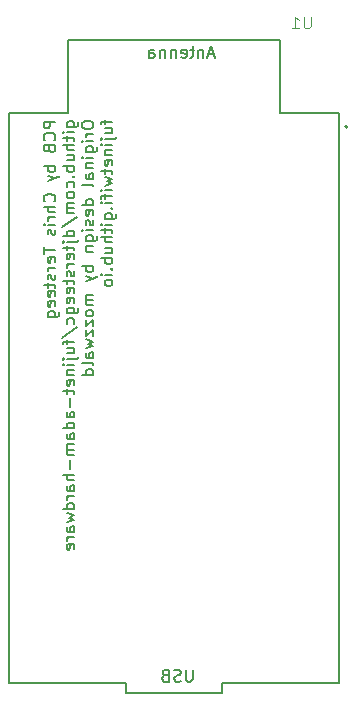
<source format=gbr>
%TF.GenerationSoftware,KiCad,Pcbnew,7.0.8*%
%TF.CreationDate,2023-10-30T21:57:11-05:00*%
%TF.ProjectId,fujinet-adam-devkit-mini,66756a69-6e65-4742-9d61-64616d2d6465,rev?*%
%TF.SameCoordinates,Original*%
%TF.FileFunction,Legend,Bot*%
%TF.FilePolarity,Positive*%
%FSLAX46Y46*%
G04 Gerber Fmt 4.6, Leading zero omitted, Abs format (unit mm)*
G04 Created by KiCad (PCBNEW 7.0.8) date 2023-10-30 21:57:11*
%MOMM*%
%LPD*%
G01*
G04 APERTURE LIST*
%ADD10C,0.150000*%
%ADD11C,0.015000*%
%ADD12C,0.127000*%
%ADD13C,0.200000*%
G04 APERTURE END LIST*
D10*
X134104819Y-83902779D02*
X133104819Y-83902779D01*
X133104819Y-83902779D02*
X133104819Y-84283731D01*
X133104819Y-84283731D02*
X133152438Y-84378969D01*
X133152438Y-84378969D02*
X133200057Y-84426588D01*
X133200057Y-84426588D02*
X133295295Y-84474207D01*
X133295295Y-84474207D02*
X133438152Y-84474207D01*
X133438152Y-84474207D02*
X133533390Y-84426588D01*
X133533390Y-84426588D02*
X133581009Y-84378969D01*
X133581009Y-84378969D02*
X133628628Y-84283731D01*
X133628628Y-84283731D02*
X133628628Y-83902779D01*
X134009580Y-85474207D02*
X134057200Y-85426588D01*
X134057200Y-85426588D02*
X134104819Y-85283731D01*
X134104819Y-85283731D02*
X134104819Y-85188493D01*
X134104819Y-85188493D02*
X134057200Y-85045636D01*
X134057200Y-85045636D02*
X133961961Y-84950398D01*
X133961961Y-84950398D02*
X133866723Y-84902779D01*
X133866723Y-84902779D02*
X133676247Y-84855160D01*
X133676247Y-84855160D02*
X133533390Y-84855160D01*
X133533390Y-84855160D02*
X133342914Y-84902779D01*
X133342914Y-84902779D02*
X133247676Y-84950398D01*
X133247676Y-84950398D02*
X133152438Y-85045636D01*
X133152438Y-85045636D02*
X133104819Y-85188493D01*
X133104819Y-85188493D02*
X133104819Y-85283731D01*
X133104819Y-85283731D02*
X133152438Y-85426588D01*
X133152438Y-85426588D02*
X133200057Y-85474207D01*
X133581009Y-86236112D02*
X133628628Y-86378969D01*
X133628628Y-86378969D02*
X133676247Y-86426588D01*
X133676247Y-86426588D02*
X133771485Y-86474207D01*
X133771485Y-86474207D02*
X133914342Y-86474207D01*
X133914342Y-86474207D02*
X134009580Y-86426588D01*
X134009580Y-86426588D02*
X134057200Y-86378969D01*
X134057200Y-86378969D02*
X134104819Y-86283731D01*
X134104819Y-86283731D02*
X134104819Y-85902779D01*
X134104819Y-85902779D02*
X133104819Y-85902779D01*
X133104819Y-85902779D02*
X133104819Y-86236112D01*
X133104819Y-86236112D02*
X133152438Y-86331350D01*
X133152438Y-86331350D02*
X133200057Y-86378969D01*
X133200057Y-86378969D02*
X133295295Y-86426588D01*
X133295295Y-86426588D02*
X133390533Y-86426588D01*
X133390533Y-86426588D02*
X133485771Y-86378969D01*
X133485771Y-86378969D02*
X133533390Y-86331350D01*
X133533390Y-86331350D02*
X133581009Y-86236112D01*
X133581009Y-86236112D02*
X133581009Y-85902779D01*
X134104819Y-87664684D02*
X133104819Y-87664684D01*
X133485771Y-87664684D02*
X133438152Y-87759922D01*
X133438152Y-87759922D02*
X133438152Y-87950398D01*
X133438152Y-87950398D02*
X133485771Y-88045636D01*
X133485771Y-88045636D02*
X133533390Y-88093255D01*
X133533390Y-88093255D02*
X133628628Y-88140874D01*
X133628628Y-88140874D02*
X133914342Y-88140874D01*
X133914342Y-88140874D02*
X134009580Y-88093255D01*
X134009580Y-88093255D02*
X134057200Y-88045636D01*
X134057200Y-88045636D02*
X134104819Y-87950398D01*
X134104819Y-87950398D02*
X134104819Y-87759922D01*
X134104819Y-87759922D02*
X134057200Y-87664684D01*
X133438152Y-88474208D02*
X134104819Y-88712303D01*
X133438152Y-88950398D02*
X134104819Y-88712303D01*
X134104819Y-88712303D02*
X134342914Y-88617065D01*
X134342914Y-88617065D02*
X134390533Y-88569446D01*
X134390533Y-88569446D02*
X134438152Y-88474208D01*
X134009580Y-90664684D02*
X134057200Y-90617065D01*
X134057200Y-90617065D02*
X134104819Y-90474208D01*
X134104819Y-90474208D02*
X134104819Y-90378970D01*
X134104819Y-90378970D02*
X134057200Y-90236113D01*
X134057200Y-90236113D02*
X133961961Y-90140875D01*
X133961961Y-90140875D02*
X133866723Y-90093256D01*
X133866723Y-90093256D02*
X133676247Y-90045637D01*
X133676247Y-90045637D02*
X133533390Y-90045637D01*
X133533390Y-90045637D02*
X133342914Y-90093256D01*
X133342914Y-90093256D02*
X133247676Y-90140875D01*
X133247676Y-90140875D02*
X133152438Y-90236113D01*
X133152438Y-90236113D02*
X133104819Y-90378970D01*
X133104819Y-90378970D02*
X133104819Y-90474208D01*
X133104819Y-90474208D02*
X133152438Y-90617065D01*
X133152438Y-90617065D02*
X133200057Y-90664684D01*
X134104819Y-91093256D02*
X133104819Y-91093256D01*
X134104819Y-91521827D02*
X133581009Y-91521827D01*
X133581009Y-91521827D02*
X133485771Y-91474208D01*
X133485771Y-91474208D02*
X133438152Y-91378970D01*
X133438152Y-91378970D02*
X133438152Y-91236113D01*
X133438152Y-91236113D02*
X133485771Y-91140875D01*
X133485771Y-91140875D02*
X133533390Y-91093256D01*
X134104819Y-91998018D02*
X133438152Y-91998018D01*
X133628628Y-91998018D02*
X133533390Y-92045637D01*
X133533390Y-92045637D02*
X133485771Y-92093256D01*
X133485771Y-92093256D02*
X133438152Y-92188494D01*
X133438152Y-92188494D02*
X133438152Y-92283732D01*
X134104819Y-92617066D02*
X133438152Y-92617066D01*
X133104819Y-92617066D02*
X133152438Y-92569447D01*
X133152438Y-92569447D02*
X133200057Y-92617066D01*
X133200057Y-92617066D02*
X133152438Y-92664685D01*
X133152438Y-92664685D02*
X133104819Y-92617066D01*
X133104819Y-92617066D02*
X133200057Y-92617066D01*
X134057200Y-93045637D02*
X134104819Y-93140875D01*
X134104819Y-93140875D02*
X134104819Y-93331351D01*
X134104819Y-93331351D02*
X134057200Y-93426589D01*
X134057200Y-93426589D02*
X133961961Y-93474208D01*
X133961961Y-93474208D02*
X133914342Y-93474208D01*
X133914342Y-93474208D02*
X133819104Y-93426589D01*
X133819104Y-93426589D02*
X133771485Y-93331351D01*
X133771485Y-93331351D02*
X133771485Y-93188494D01*
X133771485Y-93188494D02*
X133723866Y-93093256D01*
X133723866Y-93093256D02*
X133628628Y-93045637D01*
X133628628Y-93045637D02*
X133581009Y-93045637D01*
X133581009Y-93045637D02*
X133485771Y-93093256D01*
X133485771Y-93093256D02*
X133438152Y-93188494D01*
X133438152Y-93188494D02*
X133438152Y-93331351D01*
X133438152Y-93331351D02*
X133485771Y-93426589D01*
X133104819Y-94521828D02*
X133104819Y-95093256D01*
X134104819Y-94807542D02*
X133104819Y-94807542D01*
X134057200Y-95807542D02*
X134104819Y-95712304D01*
X134104819Y-95712304D02*
X134104819Y-95521828D01*
X134104819Y-95521828D02*
X134057200Y-95426590D01*
X134057200Y-95426590D02*
X133961961Y-95378971D01*
X133961961Y-95378971D02*
X133581009Y-95378971D01*
X133581009Y-95378971D02*
X133485771Y-95426590D01*
X133485771Y-95426590D02*
X133438152Y-95521828D01*
X133438152Y-95521828D02*
X133438152Y-95712304D01*
X133438152Y-95712304D02*
X133485771Y-95807542D01*
X133485771Y-95807542D02*
X133581009Y-95855161D01*
X133581009Y-95855161D02*
X133676247Y-95855161D01*
X133676247Y-95855161D02*
X133771485Y-95378971D01*
X134104819Y-96283733D02*
X133438152Y-96283733D01*
X133628628Y-96283733D02*
X133533390Y-96331352D01*
X133533390Y-96331352D02*
X133485771Y-96378971D01*
X133485771Y-96378971D02*
X133438152Y-96474209D01*
X133438152Y-96474209D02*
X133438152Y-96569447D01*
X134057200Y-96855162D02*
X134104819Y-96950400D01*
X134104819Y-96950400D02*
X134104819Y-97140876D01*
X134104819Y-97140876D02*
X134057200Y-97236114D01*
X134057200Y-97236114D02*
X133961961Y-97283733D01*
X133961961Y-97283733D02*
X133914342Y-97283733D01*
X133914342Y-97283733D02*
X133819104Y-97236114D01*
X133819104Y-97236114D02*
X133771485Y-97140876D01*
X133771485Y-97140876D02*
X133771485Y-96998019D01*
X133771485Y-96998019D02*
X133723866Y-96902781D01*
X133723866Y-96902781D02*
X133628628Y-96855162D01*
X133628628Y-96855162D02*
X133581009Y-96855162D01*
X133581009Y-96855162D02*
X133485771Y-96902781D01*
X133485771Y-96902781D02*
X133438152Y-96998019D01*
X133438152Y-96998019D02*
X133438152Y-97140876D01*
X133438152Y-97140876D02*
X133485771Y-97236114D01*
X133438152Y-97569448D02*
X133438152Y-97950400D01*
X133104819Y-97712305D02*
X133961961Y-97712305D01*
X133961961Y-97712305D02*
X134057200Y-97759924D01*
X134057200Y-97759924D02*
X134104819Y-97855162D01*
X134104819Y-97855162D02*
X134104819Y-97950400D01*
X134057200Y-98664686D02*
X134104819Y-98569448D01*
X134104819Y-98569448D02*
X134104819Y-98378972D01*
X134104819Y-98378972D02*
X134057200Y-98283734D01*
X134057200Y-98283734D02*
X133961961Y-98236115D01*
X133961961Y-98236115D02*
X133581009Y-98236115D01*
X133581009Y-98236115D02*
X133485771Y-98283734D01*
X133485771Y-98283734D02*
X133438152Y-98378972D01*
X133438152Y-98378972D02*
X133438152Y-98569448D01*
X133438152Y-98569448D02*
X133485771Y-98664686D01*
X133485771Y-98664686D02*
X133581009Y-98712305D01*
X133581009Y-98712305D02*
X133676247Y-98712305D01*
X133676247Y-98712305D02*
X133771485Y-98236115D01*
X134057200Y-99521829D02*
X134104819Y-99426591D01*
X134104819Y-99426591D02*
X134104819Y-99236115D01*
X134104819Y-99236115D02*
X134057200Y-99140877D01*
X134057200Y-99140877D02*
X133961961Y-99093258D01*
X133961961Y-99093258D02*
X133581009Y-99093258D01*
X133581009Y-99093258D02*
X133485771Y-99140877D01*
X133485771Y-99140877D02*
X133438152Y-99236115D01*
X133438152Y-99236115D02*
X133438152Y-99426591D01*
X133438152Y-99426591D02*
X133485771Y-99521829D01*
X133485771Y-99521829D02*
X133581009Y-99569448D01*
X133581009Y-99569448D02*
X133676247Y-99569448D01*
X133676247Y-99569448D02*
X133771485Y-99093258D01*
X133438152Y-100426591D02*
X134247676Y-100426591D01*
X134247676Y-100426591D02*
X134342914Y-100378972D01*
X134342914Y-100378972D02*
X134390533Y-100331353D01*
X134390533Y-100331353D02*
X134438152Y-100236115D01*
X134438152Y-100236115D02*
X134438152Y-100093258D01*
X134438152Y-100093258D02*
X134390533Y-99998020D01*
X134057200Y-100426591D02*
X134104819Y-100331353D01*
X134104819Y-100331353D02*
X134104819Y-100140877D01*
X134104819Y-100140877D02*
X134057200Y-100045639D01*
X134057200Y-100045639D02*
X134009580Y-99998020D01*
X134009580Y-99998020D02*
X133914342Y-99950401D01*
X133914342Y-99950401D02*
X133628628Y-99950401D01*
X133628628Y-99950401D02*
X133533390Y-99998020D01*
X133533390Y-99998020D02*
X133485771Y-100045639D01*
X133485771Y-100045639D02*
X133438152Y-100140877D01*
X133438152Y-100140877D02*
X133438152Y-100331353D01*
X133438152Y-100331353D02*
X133485771Y-100426591D01*
X135048152Y-84331350D02*
X135857676Y-84331350D01*
X135857676Y-84331350D02*
X135952914Y-84283731D01*
X135952914Y-84283731D02*
X136000533Y-84236112D01*
X136000533Y-84236112D02*
X136048152Y-84140874D01*
X136048152Y-84140874D02*
X136048152Y-83998017D01*
X136048152Y-83998017D02*
X136000533Y-83902779D01*
X135667200Y-84331350D02*
X135714819Y-84236112D01*
X135714819Y-84236112D02*
X135714819Y-84045636D01*
X135714819Y-84045636D02*
X135667200Y-83950398D01*
X135667200Y-83950398D02*
X135619580Y-83902779D01*
X135619580Y-83902779D02*
X135524342Y-83855160D01*
X135524342Y-83855160D02*
X135238628Y-83855160D01*
X135238628Y-83855160D02*
X135143390Y-83902779D01*
X135143390Y-83902779D02*
X135095771Y-83950398D01*
X135095771Y-83950398D02*
X135048152Y-84045636D01*
X135048152Y-84045636D02*
X135048152Y-84236112D01*
X135048152Y-84236112D02*
X135095771Y-84331350D01*
X135714819Y-84807541D02*
X135048152Y-84807541D01*
X134714819Y-84807541D02*
X134762438Y-84759922D01*
X134762438Y-84759922D02*
X134810057Y-84807541D01*
X134810057Y-84807541D02*
X134762438Y-84855160D01*
X134762438Y-84855160D02*
X134714819Y-84807541D01*
X134714819Y-84807541D02*
X134810057Y-84807541D01*
X135048152Y-85140874D02*
X135048152Y-85521826D01*
X134714819Y-85283731D02*
X135571961Y-85283731D01*
X135571961Y-85283731D02*
X135667200Y-85331350D01*
X135667200Y-85331350D02*
X135714819Y-85426588D01*
X135714819Y-85426588D02*
X135714819Y-85521826D01*
X135714819Y-85855160D02*
X134714819Y-85855160D01*
X135714819Y-86283731D02*
X135191009Y-86283731D01*
X135191009Y-86283731D02*
X135095771Y-86236112D01*
X135095771Y-86236112D02*
X135048152Y-86140874D01*
X135048152Y-86140874D02*
X135048152Y-85998017D01*
X135048152Y-85998017D02*
X135095771Y-85902779D01*
X135095771Y-85902779D02*
X135143390Y-85855160D01*
X135048152Y-87188493D02*
X135714819Y-87188493D01*
X135048152Y-86759922D02*
X135571961Y-86759922D01*
X135571961Y-86759922D02*
X135667200Y-86807541D01*
X135667200Y-86807541D02*
X135714819Y-86902779D01*
X135714819Y-86902779D02*
X135714819Y-87045636D01*
X135714819Y-87045636D02*
X135667200Y-87140874D01*
X135667200Y-87140874D02*
X135619580Y-87188493D01*
X135714819Y-87664684D02*
X134714819Y-87664684D01*
X135095771Y-87664684D02*
X135048152Y-87759922D01*
X135048152Y-87759922D02*
X135048152Y-87950398D01*
X135048152Y-87950398D02*
X135095771Y-88045636D01*
X135095771Y-88045636D02*
X135143390Y-88093255D01*
X135143390Y-88093255D02*
X135238628Y-88140874D01*
X135238628Y-88140874D02*
X135524342Y-88140874D01*
X135524342Y-88140874D02*
X135619580Y-88093255D01*
X135619580Y-88093255D02*
X135667200Y-88045636D01*
X135667200Y-88045636D02*
X135714819Y-87950398D01*
X135714819Y-87950398D02*
X135714819Y-87759922D01*
X135714819Y-87759922D02*
X135667200Y-87664684D01*
X135619580Y-88569446D02*
X135667200Y-88617065D01*
X135667200Y-88617065D02*
X135714819Y-88569446D01*
X135714819Y-88569446D02*
X135667200Y-88521827D01*
X135667200Y-88521827D02*
X135619580Y-88569446D01*
X135619580Y-88569446D02*
X135714819Y-88569446D01*
X135667200Y-89474207D02*
X135714819Y-89378969D01*
X135714819Y-89378969D02*
X135714819Y-89188493D01*
X135714819Y-89188493D02*
X135667200Y-89093255D01*
X135667200Y-89093255D02*
X135619580Y-89045636D01*
X135619580Y-89045636D02*
X135524342Y-88998017D01*
X135524342Y-88998017D02*
X135238628Y-88998017D01*
X135238628Y-88998017D02*
X135143390Y-89045636D01*
X135143390Y-89045636D02*
X135095771Y-89093255D01*
X135095771Y-89093255D02*
X135048152Y-89188493D01*
X135048152Y-89188493D02*
X135048152Y-89378969D01*
X135048152Y-89378969D02*
X135095771Y-89474207D01*
X135714819Y-90045636D02*
X135667200Y-89950398D01*
X135667200Y-89950398D02*
X135619580Y-89902779D01*
X135619580Y-89902779D02*
X135524342Y-89855160D01*
X135524342Y-89855160D02*
X135238628Y-89855160D01*
X135238628Y-89855160D02*
X135143390Y-89902779D01*
X135143390Y-89902779D02*
X135095771Y-89950398D01*
X135095771Y-89950398D02*
X135048152Y-90045636D01*
X135048152Y-90045636D02*
X135048152Y-90188493D01*
X135048152Y-90188493D02*
X135095771Y-90283731D01*
X135095771Y-90283731D02*
X135143390Y-90331350D01*
X135143390Y-90331350D02*
X135238628Y-90378969D01*
X135238628Y-90378969D02*
X135524342Y-90378969D01*
X135524342Y-90378969D02*
X135619580Y-90331350D01*
X135619580Y-90331350D02*
X135667200Y-90283731D01*
X135667200Y-90283731D02*
X135714819Y-90188493D01*
X135714819Y-90188493D02*
X135714819Y-90045636D01*
X135714819Y-90807541D02*
X135048152Y-90807541D01*
X135143390Y-90807541D02*
X135095771Y-90855160D01*
X135095771Y-90855160D02*
X135048152Y-90950398D01*
X135048152Y-90950398D02*
X135048152Y-91093255D01*
X135048152Y-91093255D02*
X135095771Y-91188493D01*
X135095771Y-91188493D02*
X135191009Y-91236112D01*
X135191009Y-91236112D02*
X135714819Y-91236112D01*
X135191009Y-91236112D02*
X135095771Y-91283731D01*
X135095771Y-91283731D02*
X135048152Y-91378969D01*
X135048152Y-91378969D02*
X135048152Y-91521826D01*
X135048152Y-91521826D02*
X135095771Y-91617065D01*
X135095771Y-91617065D02*
X135191009Y-91664684D01*
X135191009Y-91664684D02*
X135714819Y-91664684D01*
X134667200Y-92855159D02*
X135952914Y-91998017D01*
X135714819Y-93617064D02*
X134714819Y-93617064D01*
X135667200Y-93617064D02*
X135714819Y-93521826D01*
X135714819Y-93521826D02*
X135714819Y-93331350D01*
X135714819Y-93331350D02*
X135667200Y-93236112D01*
X135667200Y-93236112D02*
X135619580Y-93188493D01*
X135619580Y-93188493D02*
X135524342Y-93140874D01*
X135524342Y-93140874D02*
X135238628Y-93140874D01*
X135238628Y-93140874D02*
X135143390Y-93188493D01*
X135143390Y-93188493D02*
X135095771Y-93236112D01*
X135095771Y-93236112D02*
X135048152Y-93331350D01*
X135048152Y-93331350D02*
X135048152Y-93521826D01*
X135048152Y-93521826D02*
X135095771Y-93617064D01*
X135048152Y-94093255D02*
X135905295Y-94093255D01*
X135905295Y-94093255D02*
X136000533Y-94045636D01*
X136000533Y-94045636D02*
X136048152Y-93950398D01*
X136048152Y-93950398D02*
X136048152Y-93902779D01*
X134714819Y-94093255D02*
X134762438Y-94045636D01*
X134762438Y-94045636D02*
X134810057Y-94093255D01*
X134810057Y-94093255D02*
X134762438Y-94140874D01*
X134762438Y-94140874D02*
X134714819Y-94093255D01*
X134714819Y-94093255D02*
X134810057Y-94093255D01*
X135048152Y-94426588D02*
X135048152Y-94807540D01*
X134714819Y-94569445D02*
X135571961Y-94569445D01*
X135571961Y-94569445D02*
X135667200Y-94617064D01*
X135667200Y-94617064D02*
X135714819Y-94712302D01*
X135714819Y-94712302D02*
X135714819Y-94807540D01*
X135667200Y-95521826D02*
X135714819Y-95426588D01*
X135714819Y-95426588D02*
X135714819Y-95236112D01*
X135714819Y-95236112D02*
X135667200Y-95140874D01*
X135667200Y-95140874D02*
X135571961Y-95093255D01*
X135571961Y-95093255D02*
X135191009Y-95093255D01*
X135191009Y-95093255D02*
X135095771Y-95140874D01*
X135095771Y-95140874D02*
X135048152Y-95236112D01*
X135048152Y-95236112D02*
X135048152Y-95426588D01*
X135048152Y-95426588D02*
X135095771Y-95521826D01*
X135095771Y-95521826D02*
X135191009Y-95569445D01*
X135191009Y-95569445D02*
X135286247Y-95569445D01*
X135286247Y-95569445D02*
X135381485Y-95093255D01*
X135714819Y-95998017D02*
X135048152Y-95998017D01*
X135238628Y-95998017D02*
X135143390Y-96045636D01*
X135143390Y-96045636D02*
X135095771Y-96093255D01*
X135095771Y-96093255D02*
X135048152Y-96188493D01*
X135048152Y-96188493D02*
X135048152Y-96283731D01*
X135667200Y-96569446D02*
X135714819Y-96664684D01*
X135714819Y-96664684D02*
X135714819Y-96855160D01*
X135714819Y-96855160D02*
X135667200Y-96950398D01*
X135667200Y-96950398D02*
X135571961Y-96998017D01*
X135571961Y-96998017D02*
X135524342Y-96998017D01*
X135524342Y-96998017D02*
X135429104Y-96950398D01*
X135429104Y-96950398D02*
X135381485Y-96855160D01*
X135381485Y-96855160D02*
X135381485Y-96712303D01*
X135381485Y-96712303D02*
X135333866Y-96617065D01*
X135333866Y-96617065D02*
X135238628Y-96569446D01*
X135238628Y-96569446D02*
X135191009Y-96569446D01*
X135191009Y-96569446D02*
X135095771Y-96617065D01*
X135095771Y-96617065D02*
X135048152Y-96712303D01*
X135048152Y-96712303D02*
X135048152Y-96855160D01*
X135048152Y-96855160D02*
X135095771Y-96950398D01*
X135048152Y-97283732D02*
X135048152Y-97664684D01*
X134714819Y-97426589D02*
X135571961Y-97426589D01*
X135571961Y-97426589D02*
X135667200Y-97474208D01*
X135667200Y-97474208D02*
X135714819Y-97569446D01*
X135714819Y-97569446D02*
X135714819Y-97664684D01*
X135667200Y-98378970D02*
X135714819Y-98283732D01*
X135714819Y-98283732D02*
X135714819Y-98093256D01*
X135714819Y-98093256D02*
X135667200Y-97998018D01*
X135667200Y-97998018D02*
X135571961Y-97950399D01*
X135571961Y-97950399D02*
X135191009Y-97950399D01*
X135191009Y-97950399D02*
X135095771Y-97998018D01*
X135095771Y-97998018D02*
X135048152Y-98093256D01*
X135048152Y-98093256D02*
X135048152Y-98283732D01*
X135048152Y-98283732D02*
X135095771Y-98378970D01*
X135095771Y-98378970D02*
X135191009Y-98426589D01*
X135191009Y-98426589D02*
X135286247Y-98426589D01*
X135286247Y-98426589D02*
X135381485Y-97950399D01*
X135667200Y-99236113D02*
X135714819Y-99140875D01*
X135714819Y-99140875D02*
X135714819Y-98950399D01*
X135714819Y-98950399D02*
X135667200Y-98855161D01*
X135667200Y-98855161D02*
X135571961Y-98807542D01*
X135571961Y-98807542D02*
X135191009Y-98807542D01*
X135191009Y-98807542D02*
X135095771Y-98855161D01*
X135095771Y-98855161D02*
X135048152Y-98950399D01*
X135048152Y-98950399D02*
X135048152Y-99140875D01*
X135048152Y-99140875D02*
X135095771Y-99236113D01*
X135095771Y-99236113D02*
X135191009Y-99283732D01*
X135191009Y-99283732D02*
X135286247Y-99283732D01*
X135286247Y-99283732D02*
X135381485Y-98807542D01*
X135048152Y-100140875D02*
X135857676Y-100140875D01*
X135857676Y-100140875D02*
X135952914Y-100093256D01*
X135952914Y-100093256D02*
X136000533Y-100045637D01*
X136000533Y-100045637D02*
X136048152Y-99950399D01*
X136048152Y-99950399D02*
X136048152Y-99807542D01*
X136048152Y-99807542D02*
X136000533Y-99712304D01*
X135667200Y-100140875D02*
X135714819Y-100045637D01*
X135714819Y-100045637D02*
X135714819Y-99855161D01*
X135714819Y-99855161D02*
X135667200Y-99759923D01*
X135667200Y-99759923D02*
X135619580Y-99712304D01*
X135619580Y-99712304D02*
X135524342Y-99664685D01*
X135524342Y-99664685D02*
X135238628Y-99664685D01*
X135238628Y-99664685D02*
X135143390Y-99712304D01*
X135143390Y-99712304D02*
X135095771Y-99759923D01*
X135095771Y-99759923D02*
X135048152Y-99855161D01*
X135048152Y-99855161D02*
X135048152Y-100045637D01*
X135048152Y-100045637D02*
X135095771Y-100140875D01*
X135667200Y-101045637D02*
X135714819Y-100950399D01*
X135714819Y-100950399D02*
X135714819Y-100759923D01*
X135714819Y-100759923D02*
X135667200Y-100664685D01*
X135667200Y-100664685D02*
X135619580Y-100617066D01*
X135619580Y-100617066D02*
X135524342Y-100569447D01*
X135524342Y-100569447D02*
X135238628Y-100569447D01*
X135238628Y-100569447D02*
X135143390Y-100617066D01*
X135143390Y-100617066D02*
X135095771Y-100664685D01*
X135095771Y-100664685D02*
X135048152Y-100759923D01*
X135048152Y-100759923D02*
X135048152Y-100950399D01*
X135048152Y-100950399D02*
X135095771Y-101045637D01*
X134667200Y-102188494D02*
X135952914Y-101331352D01*
X135048152Y-102378971D02*
X135048152Y-102759923D01*
X135714819Y-102521828D02*
X134857676Y-102521828D01*
X134857676Y-102521828D02*
X134762438Y-102569447D01*
X134762438Y-102569447D02*
X134714819Y-102664685D01*
X134714819Y-102664685D02*
X134714819Y-102759923D01*
X135048152Y-103521828D02*
X135714819Y-103521828D01*
X135048152Y-103093257D02*
X135571961Y-103093257D01*
X135571961Y-103093257D02*
X135667200Y-103140876D01*
X135667200Y-103140876D02*
X135714819Y-103236114D01*
X135714819Y-103236114D02*
X135714819Y-103378971D01*
X135714819Y-103378971D02*
X135667200Y-103474209D01*
X135667200Y-103474209D02*
X135619580Y-103521828D01*
X135048152Y-103998019D02*
X135905295Y-103998019D01*
X135905295Y-103998019D02*
X136000533Y-103950400D01*
X136000533Y-103950400D02*
X136048152Y-103855162D01*
X136048152Y-103855162D02*
X136048152Y-103807543D01*
X134714819Y-103998019D02*
X134762438Y-103950400D01*
X134762438Y-103950400D02*
X134810057Y-103998019D01*
X134810057Y-103998019D02*
X134762438Y-104045638D01*
X134762438Y-104045638D02*
X134714819Y-103998019D01*
X134714819Y-103998019D02*
X134810057Y-103998019D01*
X135714819Y-104474209D02*
X135048152Y-104474209D01*
X134714819Y-104474209D02*
X134762438Y-104426590D01*
X134762438Y-104426590D02*
X134810057Y-104474209D01*
X134810057Y-104474209D02*
X134762438Y-104521828D01*
X134762438Y-104521828D02*
X134714819Y-104474209D01*
X134714819Y-104474209D02*
X134810057Y-104474209D01*
X135048152Y-104950399D02*
X135714819Y-104950399D01*
X135143390Y-104950399D02*
X135095771Y-104998018D01*
X135095771Y-104998018D02*
X135048152Y-105093256D01*
X135048152Y-105093256D02*
X135048152Y-105236113D01*
X135048152Y-105236113D02*
X135095771Y-105331351D01*
X135095771Y-105331351D02*
X135191009Y-105378970D01*
X135191009Y-105378970D02*
X135714819Y-105378970D01*
X135667200Y-106236113D02*
X135714819Y-106140875D01*
X135714819Y-106140875D02*
X135714819Y-105950399D01*
X135714819Y-105950399D02*
X135667200Y-105855161D01*
X135667200Y-105855161D02*
X135571961Y-105807542D01*
X135571961Y-105807542D02*
X135191009Y-105807542D01*
X135191009Y-105807542D02*
X135095771Y-105855161D01*
X135095771Y-105855161D02*
X135048152Y-105950399D01*
X135048152Y-105950399D02*
X135048152Y-106140875D01*
X135048152Y-106140875D02*
X135095771Y-106236113D01*
X135095771Y-106236113D02*
X135191009Y-106283732D01*
X135191009Y-106283732D02*
X135286247Y-106283732D01*
X135286247Y-106283732D02*
X135381485Y-105807542D01*
X135048152Y-106569447D02*
X135048152Y-106950399D01*
X134714819Y-106712304D02*
X135571961Y-106712304D01*
X135571961Y-106712304D02*
X135667200Y-106759923D01*
X135667200Y-106759923D02*
X135714819Y-106855161D01*
X135714819Y-106855161D02*
X135714819Y-106950399D01*
X135333866Y-107283733D02*
X135333866Y-108045638D01*
X135714819Y-108950399D02*
X135191009Y-108950399D01*
X135191009Y-108950399D02*
X135095771Y-108902780D01*
X135095771Y-108902780D02*
X135048152Y-108807542D01*
X135048152Y-108807542D02*
X135048152Y-108617066D01*
X135048152Y-108617066D02*
X135095771Y-108521828D01*
X135667200Y-108950399D02*
X135714819Y-108855161D01*
X135714819Y-108855161D02*
X135714819Y-108617066D01*
X135714819Y-108617066D02*
X135667200Y-108521828D01*
X135667200Y-108521828D02*
X135571961Y-108474209D01*
X135571961Y-108474209D02*
X135476723Y-108474209D01*
X135476723Y-108474209D02*
X135381485Y-108521828D01*
X135381485Y-108521828D02*
X135333866Y-108617066D01*
X135333866Y-108617066D02*
X135333866Y-108855161D01*
X135333866Y-108855161D02*
X135286247Y-108950399D01*
X135714819Y-109855161D02*
X134714819Y-109855161D01*
X135667200Y-109855161D02*
X135714819Y-109759923D01*
X135714819Y-109759923D02*
X135714819Y-109569447D01*
X135714819Y-109569447D02*
X135667200Y-109474209D01*
X135667200Y-109474209D02*
X135619580Y-109426590D01*
X135619580Y-109426590D02*
X135524342Y-109378971D01*
X135524342Y-109378971D02*
X135238628Y-109378971D01*
X135238628Y-109378971D02*
X135143390Y-109426590D01*
X135143390Y-109426590D02*
X135095771Y-109474209D01*
X135095771Y-109474209D02*
X135048152Y-109569447D01*
X135048152Y-109569447D02*
X135048152Y-109759923D01*
X135048152Y-109759923D02*
X135095771Y-109855161D01*
X135714819Y-110759923D02*
X135191009Y-110759923D01*
X135191009Y-110759923D02*
X135095771Y-110712304D01*
X135095771Y-110712304D02*
X135048152Y-110617066D01*
X135048152Y-110617066D02*
X135048152Y-110426590D01*
X135048152Y-110426590D02*
X135095771Y-110331352D01*
X135667200Y-110759923D02*
X135714819Y-110664685D01*
X135714819Y-110664685D02*
X135714819Y-110426590D01*
X135714819Y-110426590D02*
X135667200Y-110331352D01*
X135667200Y-110331352D02*
X135571961Y-110283733D01*
X135571961Y-110283733D02*
X135476723Y-110283733D01*
X135476723Y-110283733D02*
X135381485Y-110331352D01*
X135381485Y-110331352D02*
X135333866Y-110426590D01*
X135333866Y-110426590D02*
X135333866Y-110664685D01*
X135333866Y-110664685D02*
X135286247Y-110759923D01*
X135714819Y-111236114D02*
X135048152Y-111236114D01*
X135143390Y-111236114D02*
X135095771Y-111283733D01*
X135095771Y-111283733D02*
X135048152Y-111378971D01*
X135048152Y-111378971D02*
X135048152Y-111521828D01*
X135048152Y-111521828D02*
X135095771Y-111617066D01*
X135095771Y-111617066D02*
X135191009Y-111664685D01*
X135191009Y-111664685D02*
X135714819Y-111664685D01*
X135191009Y-111664685D02*
X135095771Y-111712304D01*
X135095771Y-111712304D02*
X135048152Y-111807542D01*
X135048152Y-111807542D02*
X135048152Y-111950399D01*
X135048152Y-111950399D02*
X135095771Y-112045638D01*
X135095771Y-112045638D02*
X135191009Y-112093257D01*
X135191009Y-112093257D02*
X135714819Y-112093257D01*
X135333866Y-112569447D02*
X135333866Y-113331352D01*
X135714819Y-113807542D02*
X134714819Y-113807542D01*
X135714819Y-114236113D02*
X135191009Y-114236113D01*
X135191009Y-114236113D02*
X135095771Y-114188494D01*
X135095771Y-114188494D02*
X135048152Y-114093256D01*
X135048152Y-114093256D02*
X135048152Y-113950399D01*
X135048152Y-113950399D02*
X135095771Y-113855161D01*
X135095771Y-113855161D02*
X135143390Y-113807542D01*
X135714819Y-115140875D02*
X135191009Y-115140875D01*
X135191009Y-115140875D02*
X135095771Y-115093256D01*
X135095771Y-115093256D02*
X135048152Y-114998018D01*
X135048152Y-114998018D02*
X135048152Y-114807542D01*
X135048152Y-114807542D02*
X135095771Y-114712304D01*
X135667200Y-115140875D02*
X135714819Y-115045637D01*
X135714819Y-115045637D02*
X135714819Y-114807542D01*
X135714819Y-114807542D02*
X135667200Y-114712304D01*
X135667200Y-114712304D02*
X135571961Y-114664685D01*
X135571961Y-114664685D02*
X135476723Y-114664685D01*
X135476723Y-114664685D02*
X135381485Y-114712304D01*
X135381485Y-114712304D02*
X135333866Y-114807542D01*
X135333866Y-114807542D02*
X135333866Y-115045637D01*
X135333866Y-115045637D02*
X135286247Y-115140875D01*
X135714819Y-115617066D02*
X135048152Y-115617066D01*
X135238628Y-115617066D02*
X135143390Y-115664685D01*
X135143390Y-115664685D02*
X135095771Y-115712304D01*
X135095771Y-115712304D02*
X135048152Y-115807542D01*
X135048152Y-115807542D02*
X135048152Y-115902780D01*
X135714819Y-116664685D02*
X134714819Y-116664685D01*
X135667200Y-116664685D02*
X135714819Y-116569447D01*
X135714819Y-116569447D02*
X135714819Y-116378971D01*
X135714819Y-116378971D02*
X135667200Y-116283733D01*
X135667200Y-116283733D02*
X135619580Y-116236114D01*
X135619580Y-116236114D02*
X135524342Y-116188495D01*
X135524342Y-116188495D02*
X135238628Y-116188495D01*
X135238628Y-116188495D02*
X135143390Y-116236114D01*
X135143390Y-116236114D02*
X135095771Y-116283733D01*
X135095771Y-116283733D02*
X135048152Y-116378971D01*
X135048152Y-116378971D02*
X135048152Y-116569447D01*
X135048152Y-116569447D02*
X135095771Y-116664685D01*
X135048152Y-117045638D02*
X135714819Y-117236114D01*
X135714819Y-117236114D02*
X135238628Y-117426590D01*
X135238628Y-117426590D02*
X135714819Y-117617066D01*
X135714819Y-117617066D02*
X135048152Y-117807542D01*
X135714819Y-118617066D02*
X135191009Y-118617066D01*
X135191009Y-118617066D02*
X135095771Y-118569447D01*
X135095771Y-118569447D02*
X135048152Y-118474209D01*
X135048152Y-118474209D02*
X135048152Y-118283733D01*
X135048152Y-118283733D02*
X135095771Y-118188495D01*
X135667200Y-118617066D02*
X135714819Y-118521828D01*
X135714819Y-118521828D02*
X135714819Y-118283733D01*
X135714819Y-118283733D02*
X135667200Y-118188495D01*
X135667200Y-118188495D02*
X135571961Y-118140876D01*
X135571961Y-118140876D02*
X135476723Y-118140876D01*
X135476723Y-118140876D02*
X135381485Y-118188495D01*
X135381485Y-118188495D02*
X135333866Y-118283733D01*
X135333866Y-118283733D02*
X135333866Y-118521828D01*
X135333866Y-118521828D02*
X135286247Y-118617066D01*
X135714819Y-119093257D02*
X135048152Y-119093257D01*
X135238628Y-119093257D02*
X135143390Y-119140876D01*
X135143390Y-119140876D02*
X135095771Y-119188495D01*
X135095771Y-119188495D02*
X135048152Y-119283733D01*
X135048152Y-119283733D02*
X135048152Y-119378971D01*
X135667200Y-120093257D02*
X135714819Y-119998019D01*
X135714819Y-119998019D02*
X135714819Y-119807543D01*
X135714819Y-119807543D02*
X135667200Y-119712305D01*
X135667200Y-119712305D02*
X135571961Y-119664686D01*
X135571961Y-119664686D02*
X135191009Y-119664686D01*
X135191009Y-119664686D02*
X135095771Y-119712305D01*
X135095771Y-119712305D02*
X135048152Y-119807543D01*
X135048152Y-119807543D02*
X135048152Y-119998019D01*
X135048152Y-119998019D02*
X135095771Y-120093257D01*
X135095771Y-120093257D02*
X135191009Y-120140876D01*
X135191009Y-120140876D02*
X135286247Y-120140876D01*
X135286247Y-120140876D02*
X135381485Y-119664686D01*
X136324819Y-84093255D02*
X136324819Y-84283731D01*
X136324819Y-84283731D02*
X136372438Y-84378969D01*
X136372438Y-84378969D02*
X136467676Y-84474207D01*
X136467676Y-84474207D02*
X136658152Y-84521826D01*
X136658152Y-84521826D02*
X136991485Y-84521826D01*
X136991485Y-84521826D02*
X137181961Y-84474207D01*
X137181961Y-84474207D02*
X137277200Y-84378969D01*
X137277200Y-84378969D02*
X137324819Y-84283731D01*
X137324819Y-84283731D02*
X137324819Y-84093255D01*
X137324819Y-84093255D02*
X137277200Y-83998017D01*
X137277200Y-83998017D02*
X137181961Y-83902779D01*
X137181961Y-83902779D02*
X136991485Y-83855160D01*
X136991485Y-83855160D02*
X136658152Y-83855160D01*
X136658152Y-83855160D02*
X136467676Y-83902779D01*
X136467676Y-83902779D02*
X136372438Y-83998017D01*
X136372438Y-83998017D02*
X136324819Y-84093255D01*
X137324819Y-84950398D02*
X136658152Y-84950398D01*
X136848628Y-84950398D02*
X136753390Y-84998017D01*
X136753390Y-84998017D02*
X136705771Y-85045636D01*
X136705771Y-85045636D02*
X136658152Y-85140874D01*
X136658152Y-85140874D02*
X136658152Y-85236112D01*
X137324819Y-85569446D02*
X136658152Y-85569446D01*
X136324819Y-85569446D02*
X136372438Y-85521827D01*
X136372438Y-85521827D02*
X136420057Y-85569446D01*
X136420057Y-85569446D02*
X136372438Y-85617065D01*
X136372438Y-85617065D02*
X136324819Y-85569446D01*
X136324819Y-85569446D02*
X136420057Y-85569446D01*
X136658152Y-86474207D02*
X137467676Y-86474207D01*
X137467676Y-86474207D02*
X137562914Y-86426588D01*
X137562914Y-86426588D02*
X137610533Y-86378969D01*
X137610533Y-86378969D02*
X137658152Y-86283731D01*
X137658152Y-86283731D02*
X137658152Y-86140874D01*
X137658152Y-86140874D02*
X137610533Y-86045636D01*
X137277200Y-86474207D02*
X137324819Y-86378969D01*
X137324819Y-86378969D02*
X137324819Y-86188493D01*
X137324819Y-86188493D02*
X137277200Y-86093255D01*
X137277200Y-86093255D02*
X137229580Y-86045636D01*
X137229580Y-86045636D02*
X137134342Y-85998017D01*
X137134342Y-85998017D02*
X136848628Y-85998017D01*
X136848628Y-85998017D02*
X136753390Y-86045636D01*
X136753390Y-86045636D02*
X136705771Y-86093255D01*
X136705771Y-86093255D02*
X136658152Y-86188493D01*
X136658152Y-86188493D02*
X136658152Y-86378969D01*
X136658152Y-86378969D02*
X136705771Y-86474207D01*
X137324819Y-86950398D02*
X136658152Y-86950398D01*
X136324819Y-86950398D02*
X136372438Y-86902779D01*
X136372438Y-86902779D02*
X136420057Y-86950398D01*
X136420057Y-86950398D02*
X136372438Y-86998017D01*
X136372438Y-86998017D02*
X136324819Y-86950398D01*
X136324819Y-86950398D02*
X136420057Y-86950398D01*
X136658152Y-87426588D02*
X137324819Y-87426588D01*
X136753390Y-87426588D02*
X136705771Y-87474207D01*
X136705771Y-87474207D02*
X136658152Y-87569445D01*
X136658152Y-87569445D02*
X136658152Y-87712302D01*
X136658152Y-87712302D02*
X136705771Y-87807540D01*
X136705771Y-87807540D02*
X136801009Y-87855159D01*
X136801009Y-87855159D02*
X137324819Y-87855159D01*
X137324819Y-88759921D02*
X136801009Y-88759921D01*
X136801009Y-88759921D02*
X136705771Y-88712302D01*
X136705771Y-88712302D02*
X136658152Y-88617064D01*
X136658152Y-88617064D02*
X136658152Y-88426588D01*
X136658152Y-88426588D02*
X136705771Y-88331350D01*
X137277200Y-88759921D02*
X137324819Y-88664683D01*
X137324819Y-88664683D02*
X137324819Y-88426588D01*
X137324819Y-88426588D02*
X137277200Y-88331350D01*
X137277200Y-88331350D02*
X137181961Y-88283731D01*
X137181961Y-88283731D02*
X137086723Y-88283731D01*
X137086723Y-88283731D02*
X136991485Y-88331350D01*
X136991485Y-88331350D02*
X136943866Y-88426588D01*
X136943866Y-88426588D02*
X136943866Y-88664683D01*
X136943866Y-88664683D02*
X136896247Y-88759921D01*
X137324819Y-89378969D02*
X137277200Y-89283731D01*
X137277200Y-89283731D02*
X137181961Y-89236112D01*
X137181961Y-89236112D02*
X136324819Y-89236112D01*
X137324819Y-90950398D02*
X136324819Y-90950398D01*
X137277200Y-90950398D02*
X137324819Y-90855160D01*
X137324819Y-90855160D02*
X137324819Y-90664684D01*
X137324819Y-90664684D02*
X137277200Y-90569446D01*
X137277200Y-90569446D02*
X137229580Y-90521827D01*
X137229580Y-90521827D02*
X137134342Y-90474208D01*
X137134342Y-90474208D02*
X136848628Y-90474208D01*
X136848628Y-90474208D02*
X136753390Y-90521827D01*
X136753390Y-90521827D02*
X136705771Y-90569446D01*
X136705771Y-90569446D02*
X136658152Y-90664684D01*
X136658152Y-90664684D02*
X136658152Y-90855160D01*
X136658152Y-90855160D02*
X136705771Y-90950398D01*
X137277200Y-91807541D02*
X137324819Y-91712303D01*
X137324819Y-91712303D02*
X137324819Y-91521827D01*
X137324819Y-91521827D02*
X137277200Y-91426589D01*
X137277200Y-91426589D02*
X137181961Y-91378970D01*
X137181961Y-91378970D02*
X136801009Y-91378970D01*
X136801009Y-91378970D02*
X136705771Y-91426589D01*
X136705771Y-91426589D02*
X136658152Y-91521827D01*
X136658152Y-91521827D02*
X136658152Y-91712303D01*
X136658152Y-91712303D02*
X136705771Y-91807541D01*
X136705771Y-91807541D02*
X136801009Y-91855160D01*
X136801009Y-91855160D02*
X136896247Y-91855160D01*
X136896247Y-91855160D02*
X136991485Y-91378970D01*
X137277200Y-92236113D02*
X137324819Y-92331351D01*
X137324819Y-92331351D02*
X137324819Y-92521827D01*
X137324819Y-92521827D02*
X137277200Y-92617065D01*
X137277200Y-92617065D02*
X137181961Y-92664684D01*
X137181961Y-92664684D02*
X137134342Y-92664684D01*
X137134342Y-92664684D02*
X137039104Y-92617065D01*
X137039104Y-92617065D02*
X136991485Y-92521827D01*
X136991485Y-92521827D02*
X136991485Y-92378970D01*
X136991485Y-92378970D02*
X136943866Y-92283732D01*
X136943866Y-92283732D02*
X136848628Y-92236113D01*
X136848628Y-92236113D02*
X136801009Y-92236113D01*
X136801009Y-92236113D02*
X136705771Y-92283732D01*
X136705771Y-92283732D02*
X136658152Y-92378970D01*
X136658152Y-92378970D02*
X136658152Y-92521827D01*
X136658152Y-92521827D02*
X136705771Y-92617065D01*
X137324819Y-93093256D02*
X136658152Y-93093256D01*
X136324819Y-93093256D02*
X136372438Y-93045637D01*
X136372438Y-93045637D02*
X136420057Y-93093256D01*
X136420057Y-93093256D02*
X136372438Y-93140875D01*
X136372438Y-93140875D02*
X136324819Y-93093256D01*
X136324819Y-93093256D02*
X136420057Y-93093256D01*
X136658152Y-93998017D02*
X137467676Y-93998017D01*
X137467676Y-93998017D02*
X137562914Y-93950398D01*
X137562914Y-93950398D02*
X137610533Y-93902779D01*
X137610533Y-93902779D02*
X137658152Y-93807541D01*
X137658152Y-93807541D02*
X137658152Y-93664684D01*
X137658152Y-93664684D02*
X137610533Y-93569446D01*
X137277200Y-93998017D02*
X137324819Y-93902779D01*
X137324819Y-93902779D02*
X137324819Y-93712303D01*
X137324819Y-93712303D02*
X137277200Y-93617065D01*
X137277200Y-93617065D02*
X137229580Y-93569446D01*
X137229580Y-93569446D02*
X137134342Y-93521827D01*
X137134342Y-93521827D02*
X136848628Y-93521827D01*
X136848628Y-93521827D02*
X136753390Y-93569446D01*
X136753390Y-93569446D02*
X136705771Y-93617065D01*
X136705771Y-93617065D02*
X136658152Y-93712303D01*
X136658152Y-93712303D02*
X136658152Y-93902779D01*
X136658152Y-93902779D02*
X136705771Y-93998017D01*
X136658152Y-94474208D02*
X137324819Y-94474208D01*
X136753390Y-94474208D02*
X136705771Y-94521827D01*
X136705771Y-94521827D02*
X136658152Y-94617065D01*
X136658152Y-94617065D02*
X136658152Y-94759922D01*
X136658152Y-94759922D02*
X136705771Y-94855160D01*
X136705771Y-94855160D02*
X136801009Y-94902779D01*
X136801009Y-94902779D02*
X137324819Y-94902779D01*
X137324819Y-96140875D02*
X136324819Y-96140875D01*
X136705771Y-96140875D02*
X136658152Y-96236113D01*
X136658152Y-96236113D02*
X136658152Y-96426589D01*
X136658152Y-96426589D02*
X136705771Y-96521827D01*
X136705771Y-96521827D02*
X136753390Y-96569446D01*
X136753390Y-96569446D02*
X136848628Y-96617065D01*
X136848628Y-96617065D02*
X137134342Y-96617065D01*
X137134342Y-96617065D02*
X137229580Y-96569446D01*
X137229580Y-96569446D02*
X137277200Y-96521827D01*
X137277200Y-96521827D02*
X137324819Y-96426589D01*
X137324819Y-96426589D02*
X137324819Y-96236113D01*
X137324819Y-96236113D02*
X137277200Y-96140875D01*
X136658152Y-96950399D02*
X137324819Y-97188494D01*
X136658152Y-97426589D02*
X137324819Y-97188494D01*
X137324819Y-97188494D02*
X137562914Y-97093256D01*
X137562914Y-97093256D02*
X137610533Y-97045637D01*
X137610533Y-97045637D02*
X137658152Y-96950399D01*
X137324819Y-98569447D02*
X136658152Y-98569447D01*
X136753390Y-98569447D02*
X136705771Y-98617066D01*
X136705771Y-98617066D02*
X136658152Y-98712304D01*
X136658152Y-98712304D02*
X136658152Y-98855161D01*
X136658152Y-98855161D02*
X136705771Y-98950399D01*
X136705771Y-98950399D02*
X136801009Y-98998018D01*
X136801009Y-98998018D02*
X137324819Y-98998018D01*
X136801009Y-98998018D02*
X136705771Y-99045637D01*
X136705771Y-99045637D02*
X136658152Y-99140875D01*
X136658152Y-99140875D02*
X136658152Y-99283732D01*
X136658152Y-99283732D02*
X136705771Y-99378971D01*
X136705771Y-99378971D02*
X136801009Y-99426590D01*
X136801009Y-99426590D02*
X137324819Y-99426590D01*
X137324819Y-100045637D02*
X137277200Y-99950399D01*
X137277200Y-99950399D02*
X137229580Y-99902780D01*
X137229580Y-99902780D02*
X137134342Y-99855161D01*
X137134342Y-99855161D02*
X136848628Y-99855161D01*
X136848628Y-99855161D02*
X136753390Y-99902780D01*
X136753390Y-99902780D02*
X136705771Y-99950399D01*
X136705771Y-99950399D02*
X136658152Y-100045637D01*
X136658152Y-100045637D02*
X136658152Y-100188494D01*
X136658152Y-100188494D02*
X136705771Y-100283732D01*
X136705771Y-100283732D02*
X136753390Y-100331351D01*
X136753390Y-100331351D02*
X136848628Y-100378970D01*
X136848628Y-100378970D02*
X137134342Y-100378970D01*
X137134342Y-100378970D02*
X137229580Y-100331351D01*
X137229580Y-100331351D02*
X137277200Y-100283732D01*
X137277200Y-100283732D02*
X137324819Y-100188494D01*
X137324819Y-100188494D02*
X137324819Y-100045637D01*
X136658152Y-100712304D02*
X136658152Y-101236113D01*
X136658152Y-101236113D02*
X137324819Y-100712304D01*
X137324819Y-100712304D02*
X137324819Y-101236113D01*
X136658152Y-101521828D02*
X136658152Y-102045637D01*
X136658152Y-102045637D02*
X137324819Y-101521828D01*
X137324819Y-101521828D02*
X137324819Y-102045637D01*
X136658152Y-102331352D02*
X137324819Y-102521828D01*
X137324819Y-102521828D02*
X136848628Y-102712304D01*
X136848628Y-102712304D02*
X137324819Y-102902780D01*
X137324819Y-102902780D02*
X136658152Y-103093256D01*
X137324819Y-103902780D02*
X136801009Y-103902780D01*
X136801009Y-103902780D02*
X136705771Y-103855161D01*
X136705771Y-103855161D02*
X136658152Y-103759923D01*
X136658152Y-103759923D02*
X136658152Y-103569447D01*
X136658152Y-103569447D02*
X136705771Y-103474209D01*
X137277200Y-103902780D02*
X137324819Y-103807542D01*
X137324819Y-103807542D02*
X137324819Y-103569447D01*
X137324819Y-103569447D02*
X137277200Y-103474209D01*
X137277200Y-103474209D02*
X137181961Y-103426590D01*
X137181961Y-103426590D02*
X137086723Y-103426590D01*
X137086723Y-103426590D02*
X136991485Y-103474209D01*
X136991485Y-103474209D02*
X136943866Y-103569447D01*
X136943866Y-103569447D02*
X136943866Y-103807542D01*
X136943866Y-103807542D02*
X136896247Y-103902780D01*
X137324819Y-104521828D02*
X137277200Y-104426590D01*
X137277200Y-104426590D02*
X137181961Y-104378971D01*
X137181961Y-104378971D02*
X136324819Y-104378971D01*
X137324819Y-105331352D02*
X136324819Y-105331352D01*
X137277200Y-105331352D02*
X137324819Y-105236114D01*
X137324819Y-105236114D02*
X137324819Y-105045638D01*
X137324819Y-105045638D02*
X137277200Y-104950400D01*
X137277200Y-104950400D02*
X137229580Y-104902781D01*
X137229580Y-104902781D02*
X137134342Y-104855162D01*
X137134342Y-104855162D02*
X136848628Y-104855162D01*
X136848628Y-104855162D02*
X136753390Y-104902781D01*
X136753390Y-104902781D02*
X136705771Y-104950400D01*
X136705771Y-104950400D02*
X136658152Y-105045638D01*
X136658152Y-105045638D02*
X136658152Y-105236114D01*
X136658152Y-105236114D02*
X136705771Y-105331352D01*
X138268152Y-83759922D02*
X138268152Y-84140874D01*
X138934819Y-83902779D02*
X138077676Y-83902779D01*
X138077676Y-83902779D02*
X137982438Y-83950398D01*
X137982438Y-83950398D02*
X137934819Y-84045636D01*
X137934819Y-84045636D02*
X137934819Y-84140874D01*
X138268152Y-84902779D02*
X138934819Y-84902779D01*
X138268152Y-84474208D02*
X138791961Y-84474208D01*
X138791961Y-84474208D02*
X138887200Y-84521827D01*
X138887200Y-84521827D02*
X138934819Y-84617065D01*
X138934819Y-84617065D02*
X138934819Y-84759922D01*
X138934819Y-84759922D02*
X138887200Y-84855160D01*
X138887200Y-84855160D02*
X138839580Y-84902779D01*
X138268152Y-85378970D02*
X139125295Y-85378970D01*
X139125295Y-85378970D02*
X139220533Y-85331351D01*
X139220533Y-85331351D02*
X139268152Y-85236113D01*
X139268152Y-85236113D02*
X139268152Y-85188494D01*
X137934819Y-85378970D02*
X137982438Y-85331351D01*
X137982438Y-85331351D02*
X138030057Y-85378970D01*
X138030057Y-85378970D02*
X137982438Y-85426589D01*
X137982438Y-85426589D02*
X137934819Y-85378970D01*
X137934819Y-85378970D02*
X138030057Y-85378970D01*
X138934819Y-85855160D02*
X138268152Y-85855160D01*
X137934819Y-85855160D02*
X137982438Y-85807541D01*
X137982438Y-85807541D02*
X138030057Y-85855160D01*
X138030057Y-85855160D02*
X137982438Y-85902779D01*
X137982438Y-85902779D02*
X137934819Y-85855160D01*
X137934819Y-85855160D02*
X138030057Y-85855160D01*
X138268152Y-86331350D02*
X138934819Y-86331350D01*
X138363390Y-86331350D02*
X138315771Y-86378969D01*
X138315771Y-86378969D02*
X138268152Y-86474207D01*
X138268152Y-86474207D02*
X138268152Y-86617064D01*
X138268152Y-86617064D02*
X138315771Y-86712302D01*
X138315771Y-86712302D02*
X138411009Y-86759921D01*
X138411009Y-86759921D02*
X138934819Y-86759921D01*
X138887200Y-87617064D02*
X138934819Y-87521826D01*
X138934819Y-87521826D02*
X138934819Y-87331350D01*
X138934819Y-87331350D02*
X138887200Y-87236112D01*
X138887200Y-87236112D02*
X138791961Y-87188493D01*
X138791961Y-87188493D02*
X138411009Y-87188493D01*
X138411009Y-87188493D02*
X138315771Y-87236112D01*
X138315771Y-87236112D02*
X138268152Y-87331350D01*
X138268152Y-87331350D02*
X138268152Y-87521826D01*
X138268152Y-87521826D02*
X138315771Y-87617064D01*
X138315771Y-87617064D02*
X138411009Y-87664683D01*
X138411009Y-87664683D02*
X138506247Y-87664683D01*
X138506247Y-87664683D02*
X138601485Y-87188493D01*
X138268152Y-87950398D02*
X138268152Y-88331350D01*
X137934819Y-88093255D02*
X138791961Y-88093255D01*
X138791961Y-88093255D02*
X138887200Y-88140874D01*
X138887200Y-88140874D02*
X138934819Y-88236112D01*
X138934819Y-88236112D02*
X138934819Y-88331350D01*
X138268152Y-88569446D02*
X138934819Y-88759922D01*
X138934819Y-88759922D02*
X138458628Y-88950398D01*
X138458628Y-88950398D02*
X138934819Y-89140874D01*
X138934819Y-89140874D02*
X138268152Y-89331350D01*
X138934819Y-89712303D02*
X138268152Y-89712303D01*
X137934819Y-89712303D02*
X137982438Y-89664684D01*
X137982438Y-89664684D02*
X138030057Y-89712303D01*
X138030057Y-89712303D02*
X137982438Y-89759922D01*
X137982438Y-89759922D02*
X137934819Y-89712303D01*
X137934819Y-89712303D02*
X138030057Y-89712303D01*
X138268152Y-90045636D02*
X138268152Y-90426588D01*
X138934819Y-90188493D02*
X138077676Y-90188493D01*
X138077676Y-90188493D02*
X137982438Y-90236112D01*
X137982438Y-90236112D02*
X137934819Y-90331350D01*
X137934819Y-90331350D02*
X137934819Y-90426588D01*
X138934819Y-90759922D02*
X138268152Y-90759922D01*
X137934819Y-90759922D02*
X137982438Y-90712303D01*
X137982438Y-90712303D02*
X138030057Y-90759922D01*
X138030057Y-90759922D02*
X137982438Y-90807541D01*
X137982438Y-90807541D02*
X137934819Y-90759922D01*
X137934819Y-90759922D02*
X138030057Y-90759922D01*
X138839580Y-91236112D02*
X138887200Y-91283731D01*
X138887200Y-91283731D02*
X138934819Y-91236112D01*
X138934819Y-91236112D02*
X138887200Y-91188493D01*
X138887200Y-91188493D02*
X138839580Y-91236112D01*
X138839580Y-91236112D02*
X138934819Y-91236112D01*
X138268152Y-92140873D02*
X139077676Y-92140873D01*
X139077676Y-92140873D02*
X139172914Y-92093254D01*
X139172914Y-92093254D02*
X139220533Y-92045635D01*
X139220533Y-92045635D02*
X139268152Y-91950397D01*
X139268152Y-91950397D02*
X139268152Y-91807540D01*
X139268152Y-91807540D02*
X139220533Y-91712302D01*
X138887200Y-92140873D02*
X138934819Y-92045635D01*
X138934819Y-92045635D02*
X138934819Y-91855159D01*
X138934819Y-91855159D02*
X138887200Y-91759921D01*
X138887200Y-91759921D02*
X138839580Y-91712302D01*
X138839580Y-91712302D02*
X138744342Y-91664683D01*
X138744342Y-91664683D02*
X138458628Y-91664683D01*
X138458628Y-91664683D02*
X138363390Y-91712302D01*
X138363390Y-91712302D02*
X138315771Y-91759921D01*
X138315771Y-91759921D02*
X138268152Y-91855159D01*
X138268152Y-91855159D02*
X138268152Y-92045635D01*
X138268152Y-92045635D02*
X138315771Y-92140873D01*
X138934819Y-92617064D02*
X138268152Y-92617064D01*
X137934819Y-92617064D02*
X137982438Y-92569445D01*
X137982438Y-92569445D02*
X138030057Y-92617064D01*
X138030057Y-92617064D02*
X137982438Y-92664683D01*
X137982438Y-92664683D02*
X137934819Y-92617064D01*
X137934819Y-92617064D02*
X138030057Y-92617064D01*
X138268152Y-92950397D02*
X138268152Y-93331349D01*
X137934819Y-93093254D02*
X138791961Y-93093254D01*
X138791961Y-93093254D02*
X138887200Y-93140873D01*
X138887200Y-93140873D02*
X138934819Y-93236111D01*
X138934819Y-93236111D02*
X138934819Y-93331349D01*
X138934819Y-93664683D02*
X137934819Y-93664683D01*
X138934819Y-94093254D02*
X138411009Y-94093254D01*
X138411009Y-94093254D02*
X138315771Y-94045635D01*
X138315771Y-94045635D02*
X138268152Y-93950397D01*
X138268152Y-93950397D02*
X138268152Y-93807540D01*
X138268152Y-93807540D02*
X138315771Y-93712302D01*
X138315771Y-93712302D02*
X138363390Y-93664683D01*
X138268152Y-94998016D02*
X138934819Y-94998016D01*
X138268152Y-94569445D02*
X138791961Y-94569445D01*
X138791961Y-94569445D02*
X138887200Y-94617064D01*
X138887200Y-94617064D02*
X138934819Y-94712302D01*
X138934819Y-94712302D02*
X138934819Y-94855159D01*
X138934819Y-94855159D02*
X138887200Y-94950397D01*
X138887200Y-94950397D02*
X138839580Y-94998016D01*
X138934819Y-95474207D02*
X137934819Y-95474207D01*
X138315771Y-95474207D02*
X138268152Y-95569445D01*
X138268152Y-95569445D02*
X138268152Y-95759921D01*
X138268152Y-95759921D02*
X138315771Y-95855159D01*
X138315771Y-95855159D02*
X138363390Y-95902778D01*
X138363390Y-95902778D02*
X138458628Y-95950397D01*
X138458628Y-95950397D02*
X138744342Y-95950397D01*
X138744342Y-95950397D02*
X138839580Y-95902778D01*
X138839580Y-95902778D02*
X138887200Y-95855159D01*
X138887200Y-95855159D02*
X138934819Y-95759921D01*
X138934819Y-95759921D02*
X138934819Y-95569445D01*
X138934819Y-95569445D02*
X138887200Y-95474207D01*
X138839580Y-96378969D02*
X138887200Y-96426588D01*
X138887200Y-96426588D02*
X138934819Y-96378969D01*
X138934819Y-96378969D02*
X138887200Y-96331350D01*
X138887200Y-96331350D02*
X138839580Y-96378969D01*
X138839580Y-96378969D02*
X138934819Y-96378969D01*
X138934819Y-96855159D02*
X138268152Y-96855159D01*
X137934819Y-96855159D02*
X137982438Y-96807540D01*
X137982438Y-96807540D02*
X138030057Y-96855159D01*
X138030057Y-96855159D02*
X137982438Y-96902778D01*
X137982438Y-96902778D02*
X137934819Y-96855159D01*
X137934819Y-96855159D02*
X138030057Y-96855159D01*
X138934819Y-97474206D02*
X138887200Y-97378968D01*
X138887200Y-97378968D02*
X138839580Y-97331349D01*
X138839580Y-97331349D02*
X138744342Y-97283730D01*
X138744342Y-97283730D02*
X138458628Y-97283730D01*
X138458628Y-97283730D02*
X138363390Y-97331349D01*
X138363390Y-97331349D02*
X138315771Y-97378968D01*
X138315771Y-97378968D02*
X138268152Y-97474206D01*
X138268152Y-97474206D02*
X138268152Y-97617063D01*
X138268152Y-97617063D02*
X138315771Y-97712301D01*
X138315771Y-97712301D02*
X138363390Y-97759920D01*
X138363390Y-97759920D02*
X138458628Y-97807539D01*
X138458628Y-97807539D02*
X138744342Y-97807539D01*
X138744342Y-97807539D02*
X138839580Y-97759920D01*
X138839580Y-97759920D02*
X138887200Y-97712301D01*
X138887200Y-97712301D02*
X138934819Y-97617063D01*
X138934819Y-97617063D02*
X138934819Y-97474206D01*
X145713220Y-130314819D02*
X145713220Y-131124342D01*
X145713220Y-131124342D02*
X145665601Y-131219580D01*
X145665601Y-131219580D02*
X145617982Y-131267200D01*
X145617982Y-131267200D02*
X145522744Y-131314819D01*
X145522744Y-131314819D02*
X145332268Y-131314819D01*
X145332268Y-131314819D02*
X145237030Y-131267200D01*
X145237030Y-131267200D02*
X145189411Y-131219580D01*
X145189411Y-131219580D02*
X145141792Y-131124342D01*
X145141792Y-131124342D02*
X145141792Y-130314819D01*
X144713220Y-131267200D02*
X144570363Y-131314819D01*
X144570363Y-131314819D02*
X144332268Y-131314819D01*
X144332268Y-131314819D02*
X144237030Y-131267200D01*
X144237030Y-131267200D02*
X144189411Y-131219580D01*
X144189411Y-131219580D02*
X144141792Y-131124342D01*
X144141792Y-131124342D02*
X144141792Y-131029104D01*
X144141792Y-131029104D02*
X144189411Y-130933866D01*
X144189411Y-130933866D02*
X144237030Y-130886247D01*
X144237030Y-130886247D02*
X144332268Y-130838628D01*
X144332268Y-130838628D02*
X144522744Y-130791009D01*
X144522744Y-130791009D02*
X144617982Y-130743390D01*
X144617982Y-130743390D02*
X144665601Y-130695771D01*
X144665601Y-130695771D02*
X144713220Y-130600533D01*
X144713220Y-130600533D02*
X144713220Y-130505295D01*
X144713220Y-130505295D02*
X144665601Y-130410057D01*
X144665601Y-130410057D02*
X144617982Y-130362438D01*
X144617982Y-130362438D02*
X144522744Y-130314819D01*
X144522744Y-130314819D02*
X144284649Y-130314819D01*
X144284649Y-130314819D02*
X144141792Y-130362438D01*
X143379887Y-130791009D02*
X143237030Y-130838628D01*
X143237030Y-130838628D02*
X143189411Y-130886247D01*
X143189411Y-130886247D02*
X143141792Y-130981485D01*
X143141792Y-130981485D02*
X143141792Y-131124342D01*
X143141792Y-131124342D02*
X143189411Y-131219580D01*
X143189411Y-131219580D02*
X143237030Y-131267200D01*
X143237030Y-131267200D02*
X143332268Y-131314819D01*
X143332268Y-131314819D02*
X143713220Y-131314819D01*
X143713220Y-131314819D02*
X143713220Y-130314819D01*
X143713220Y-130314819D02*
X143379887Y-130314819D01*
X143379887Y-130314819D02*
X143284649Y-130362438D01*
X143284649Y-130362438D02*
X143237030Y-130410057D01*
X143237030Y-130410057D02*
X143189411Y-130505295D01*
X143189411Y-130505295D02*
X143189411Y-130600533D01*
X143189411Y-130600533D02*
X143237030Y-130695771D01*
X143237030Y-130695771D02*
X143284649Y-130743390D01*
X143284649Y-130743390D02*
X143379887Y-130791009D01*
X143379887Y-130791009D02*
X143713220Y-130791009D01*
X147538839Y-78197104D02*
X147062649Y-78197104D01*
X147634077Y-78482819D02*
X147300744Y-77482819D01*
X147300744Y-77482819D02*
X146967411Y-78482819D01*
X146634077Y-77816152D02*
X146634077Y-78482819D01*
X146634077Y-77911390D02*
X146586458Y-77863771D01*
X146586458Y-77863771D02*
X146491220Y-77816152D01*
X146491220Y-77816152D02*
X146348363Y-77816152D01*
X146348363Y-77816152D02*
X146253125Y-77863771D01*
X146253125Y-77863771D02*
X146205506Y-77959009D01*
X146205506Y-77959009D02*
X146205506Y-78482819D01*
X145872172Y-77816152D02*
X145491220Y-77816152D01*
X145729315Y-77482819D02*
X145729315Y-78339961D01*
X145729315Y-78339961D02*
X145681696Y-78435200D01*
X145681696Y-78435200D02*
X145586458Y-78482819D01*
X145586458Y-78482819D02*
X145491220Y-78482819D01*
X144776934Y-78435200D02*
X144872172Y-78482819D01*
X144872172Y-78482819D02*
X145062648Y-78482819D01*
X145062648Y-78482819D02*
X145157886Y-78435200D01*
X145157886Y-78435200D02*
X145205505Y-78339961D01*
X145205505Y-78339961D02*
X145205505Y-77959009D01*
X145205505Y-77959009D02*
X145157886Y-77863771D01*
X145157886Y-77863771D02*
X145062648Y-77816152D01*
X145062648Y-77816152D02*
X144872172Y-77816152D01*
X144872172Y-77816152D02*
X144776934Y-77863771D01*
X144776934Y-77863771D02*
X144729315Y-77959009D01*
X144729315Y-77959009D02*
X144729315Y-78054247D01*
X144729315Y-78054247D02*
X145205505Y-78149485D01*
X144300743Y-77816152D02*
X144300743Y-78482819D01*
X144300743Y-77911390D02*
X144253124Y-77863771D01*
X144253124Y-77863771D02*
X144157886Y-77816152D01*
X144157886Y-77816152D02*
X144015029Y-77816152D01*
X144015029Y-77816152D02*
X143919791Y-77863771D01*
X143919791Y-77863771D02*
X143872172Y-77959009D01*
X143872172Y-77959009D02*
X143872172Y-78482819D01*
X143395981Y-77816152D02*
X143395981Y-78482819D01*
X143395981Y-77911390D02*
X143348362Y-77863771D01*
X143348362Y-77863771D02*
X143253124Y-77816152D01*
X143253124Y-77816152D02*
X143110267Y-77816152D01*
X143110267Y-77816152D02*
X143015029Y-77863771D01*
X143015029Y-77863771D02*
X142967410Y-77959009D01*
X142967410Y-77959009D02*
X142967410Y-78482819D01*
X142062648Y-78482819D02*
X142062648Y-77959009D01*
X142062648Y-77959009D02*
X142110267Y-77863771D01*
X142110267Y-77863771D02*
X142205505Y-77816152D01*
X142205505Y-77816152D02*
X142395981Y-77816152D01*
X142395981Y-77816152D02*
X142491219Y-77863771D01*
X142062648Y-78435200D02*
X142157886Y-78482819D01*
X142157886Y-78482819D02*
X142395981Y-78482819D01*
X142395981Y-78482819D02*
X142491219Y-78435200D01*
X142491219Y-78435200D02*
X142538838Y-78339961D01*
X142538838Y-78339961D02*
X142538838Y-78244723D01*
X142538838Y-78244723D02*
X142491219Y-78149485D01*
X142491219Y-78149485D02*
X142395981Y-78101866D01*
X142395981Y-78101866D02*
X142157886Y-78101866D01*
X142157886Y-78101866D02*
X142062648Y-78054247D01*
D11*
X155701904Y-75016839D02*
X155701904Y-75826362D01*
X155701904Y-75826362D02*
X155654285Y-75921600D01*
X155654285Y-75921600D02*
X155606666Y-75969220D01*
X155606666Y-75969220D02*
X155511428Y-76016839D01*
X155511428Y-76016839D02*
X155320952Y-76016839D01*
X155320952Y-76016839D02*
X155225714Y-75969220D01*
X155225714Y-75969220D02*
X155178095Y-75921600D01*
X155178095Y-75921600D02*
X155130476Y-75826362D01*
X155130476Y-75826362D02*
X155130476Y-75016839D01*
X154130476Y-76016839D02*
X154701904Y-76016839D01*
X154416190Y-76016839D02*
X154416190Y-75016839D01*
X154416190Y-75016839D02*
X154511428Y-75159696D01*
X154511428Y-75159696D02*
X154606666Y-75254934D01*
X154606666Y-75254934D02*
X154701904Y-75302553D01*
D12*
%TO.C,U1*%
X158095000Y-131405000D02*
X148215000Y-131405000D01*
X158095000Y-83205000D02*
X158095000Y-131405000D01*
X153145000Y-83205000D02*
X158095000Y-83205000D01*
X153145000Y-83205000D02*
X153145000Y-77005000D01*
X153145000Y-77005000D02*
X135145000Y-77005000D01*
X148215000Y-132305000D02*
X140085000Y-132305000D01*
X148215000Y-131405000D02*
X148215000Y-132305000D01*
X140085000Y-132305000D02*
X140085000Y-131405000D01*
X140085000Y-131405000D02*
X130195000Y-131405000D01*
X135145000Y-77005000D02*
X135145000Y-83205000D01*
X130195000Y-131405000D02*
X130195000Y-83205000D01*
X130195000Y-83205000D02*
X135145000Y-83205000D01*
D13*
X158815000Y-84335000D02*
G75*
G03*
X158815000Y-84335000I-100000J0D01*
G01*
%TD*%
M02*

</source>
